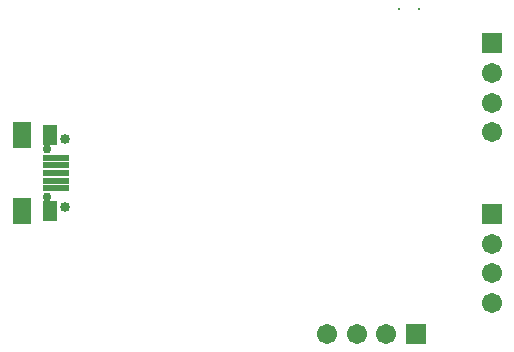
<source format=gbs>
G04*
G04 #@! TF.GenerationSoftware,Altium Limited,Altium Designer,21.2.2 (38)*
G04*
G04 Layer_Color=16711935*
%FSLAX25Y25*%
%MOIN*%
G70*
G04*
G04 #@! TF.SameCoordinates,90EED6A2-F189-4C83-9C70-3762F5BC3ACE*
G04*
G04*
G04 #@! TF.FilePolarity,Negative*
G04*
G01*
G75*
%ADD53R,0.06706X0.06706*%
%ADD54C,0.06706*%
%ADD55R,0.06706X0.06706*%
%ADD56C,0.00800*%
%ADD57C,0.02965*%
%ADD58C,0.03359*%
%ADD74R,0.08674X0.02375*%
%ADD75R,0.04737X0.07099*%
%ADD76R,0.06312X0.08674*%
D53*
X140685Y5500D02*
D03*
D54*
X130843D02*
D03*
X121000D02*
D03*
X111158D02*
D03*
X166000Y35500D02*
D03*
Y25657D02*
D03*
Y15815D02*
D03*
Y92343D02*
D03*
Y82500D02*
D03*
Y72658D02*
D03*
D55*
Y45342D02*
D03*
Y102185D02*
D03*
D56*
X135153Y113551D02*
D03*
X141847D02*
D03*
D57*
X17748Y51125D02*
D03*
Y66873D02*
D03*
D58*
X23577Y47622D02*
D03*
Y70378D02*
D03*
D74*
X20719Y64120D02*
D03*
Y61560D02*
D03*
Y59000D02*
D03*
Y56440D02*
D03*
Y53880D02*
D03*
D75*
X18550Y71598D02*
D03*
Y46402D02*
D03*
D76*
X9283Y46401D02*
D03*
Y71599D02*
D03*
M02*

</source>
